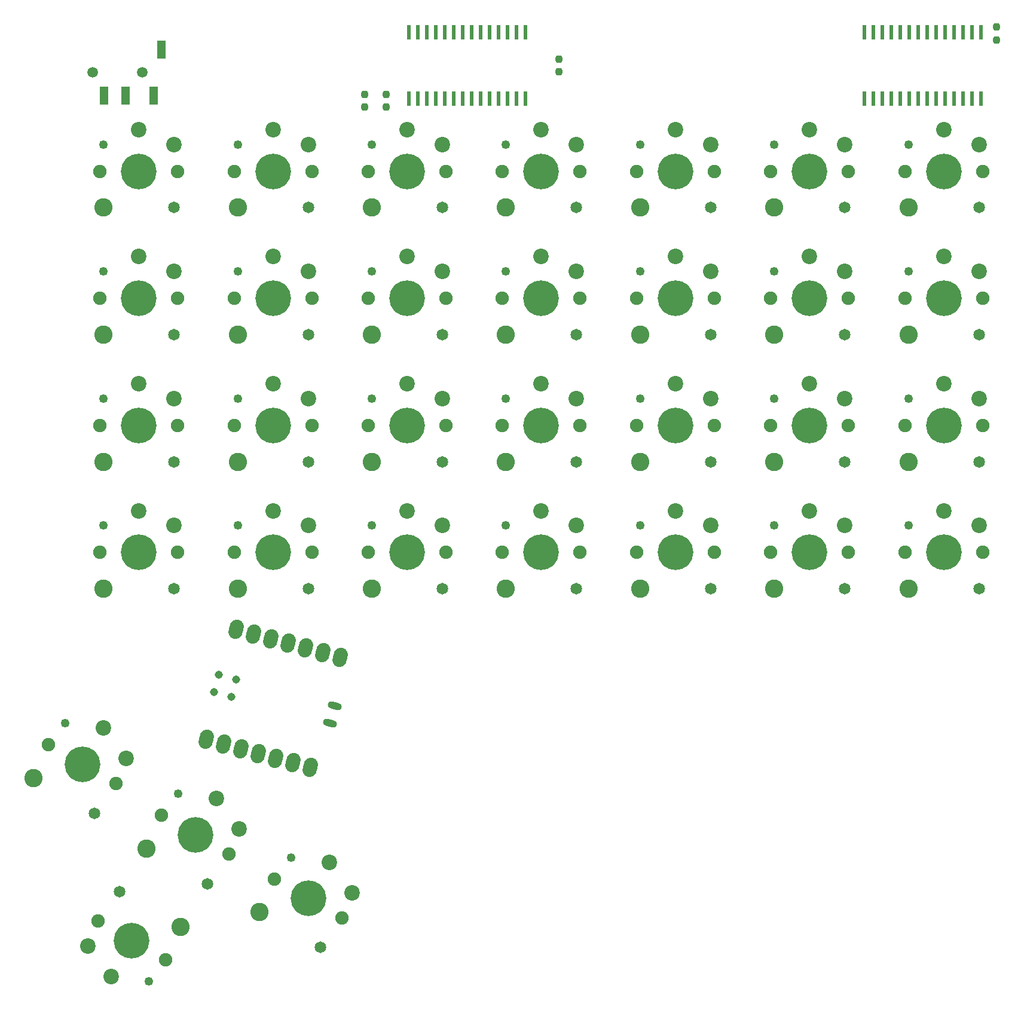
<source format=gbr>
%TF.GenerationSoftware,KiCad,Pcbnew,(6.0.11)*%
%TF.CreationDate,2023-05-24T14:48:24-07:00*%
%TF.ProjectId,keeb,6b656562-2e6b-4696-9361-645f70636258,rev?*%
%TF.SameCoordinates,Original*%
%TF.FileFunction,Soldermask,Bot*%
%TF.FilePolarity,Negative*%
%FSLAX46Y46*%
G04 Gerber Fmt 4.6, Leading zero omitted, Abs format (unit mm)*
G04 Created by KiCad (PCBNEW (6.0.11)) date 2023-05-24 14:48:24*
%MOMM*%
%LPD*%
G01*
G04 APERTURE LIST*
G04 Aperture macros list*
%AMRoundRect*
0 Rectangle with rounded corners*
0 $1 Rounding radius*
0 $2 $3 $4 $5 $6 $7 $8 $9 X,Y pos of 4 corners*
0 Add a 4 corners polygon primitive as box body*
4,1,4,$2,$3,$4,$5,$6,$7,$8,$9,$2,$3,0*
0 Add four circle primitives for the rounded corners*
1,1,$1+$1,$2,$3*
1,1,$1+$1,$4,$5*
1,1,$1+$1,$6,$7*
1,1,$1+$1,$8,$9*
0 Add four rect primitives between the rounded corners*
20,1,$1+$1,$2,$3,$4,$5,0*
20,1,$1+$1,$4,$5,$6,$7,0*
20,1,$1+$1,$6,$7,$8,$9,0*
20,1,$1+$1,$8,$9,$2,$3,0*%
%AMHorizOval*
0 Thick line with rounded ends*
0 $1 width*
0 $2 $3 position (X,Y) of the first rounded end (center of the circle)*
0 $4 $5 position (X,Y) of the second rounded end (center of the circle)*
0 Add line between two ends*
20,1,$1,$2,$3,$4,$5,0*
0 Add two circle primitives to create the rounded ends*
1,1,$1,$2,$3*
1,1,$1,$4,$5*%
G04 Aperture macros list end*
%ADD10C,1.900000*%
%ADD11C,5.050000*%
%ADD12C,2.600000*%
%ADD13C,2.200000*%
%ADD14C,1.500000*%
%ADD15C,1.250000*%
%ADD16C,1.650000*%
%ADD17R,0.600000X2.000000*%
%ADD18RoundRect,0.237500X0.237500X-0.250000X0.237500X0.250000X-0.237500X0.250000X-0.237500X-0.250000X0*%
%ADD19HorizOval,1.998980X-0.096967X-0.361884X0.096967X0.361884X0*%
%ADD20HorizOval,1.016000X-0.490690X0.131480X0.490690X-0.131480X0*%
%ADD21C,1.143000*%
%ADD22RoundRect,0.237500X-0.237500X0.250000X-0.237500X-0.250000X0.237500X-0.250000X0.237500X0.250000X0*%
%ADD23R,1.200000X2.500000*%
G04 APERTURE END LIST*
D10*
%TO.C,SW25*%
X83500000Y-55000000D03*
D11*
X89000000Y-55000000D03*
D10*
X94500000Y-55000000D03*
D12*
X84000000Y-60150000D03*
D13*
X89000000Y-49100000D03*
X94000000Y-51200000D03*
%TD*%
D12*
%TO.C,SW5*%
X179000000Y-60150000D03*
D10*
X178500000Y-55000000D03*
X189500000Y-55000000D03*
D11*
X184000000Y-55000000D03*
D13*
X184000000Y-49100000D03*
X189000000Y-51200000D03*
%TD*%
D10*
%TO.C,SW12*%
X170500000Y-109000000D03*
D11*
X165000000Y-109000000D03*
D10*
X159500000Y-109000000D03*
D12*
X160000000Y-114150000D03*
D13*
X165000000Y-103100000D03*
X170000000Y-105200000D03*
%TD*%
D10*
%TO.C,SW6*%
X189500000Y-73000000D03*
D12*
X179000000Y-78150000D03*
D10*
X178500000Y-73000000D03*
D11*
X184000000Y-73000000D03*
D13*
X184000000Y-67100000D03*
X189000000Y-69200000D03*
%TD*%
D10*
%TO.C,SW7*%
X178500000Y-91000000D03*
D11*
X184000000Y-91000000D03*
D12*
X179000000Y-96150000D03*
D10*
X189500000Y-91000000D03*
D13*
X184000000Y-85100000D03*
X189000000Y-87200000D03*
%TD*%
D11*
%TO.C,SW19*%
X127000000Y-91000000D03*
D10*
X121500000Y-91000000D03*
X132500000Y-91000000D03*
D12*
X122000000Y-96150000D03*
D13*
X127000000Y-85100000D03*
X132000000Y-87200000D03*
%TD*%
D11*
%TO.C,SW3*%
X203000000Y-91000000D03*
D10*
X208500000Y-91000000D03*
X197500000Y-91000000D03*
D12*
X198000000Y-96150000D03*
D13*
X203000000Y-85100000D03*
X208000000Y-87200000D03*
%TD*%
D10*
%TO.C,SW9*%
X159500000Y-55000000D03*
D12*
X160000000Y-60150000D03*
D10*
X170500000Y-55000000D03*
D11*
X165000000Y-55000000D03*
D13*
X165000000Y-49100000D03*
X170000000Y-51200000D03*
%TD*%
D10*
%TO.C,SW14*%
X140500000Y-73000000D03*
X151500000Y-73000000D03*
D12*
X141000000Y-78150000D03*
D11*
X146000000Y-73000000D03*
D13*
X146000000Y-67100000D03*
X151000000Y-69200000D03*
%TD*%
D10*
%TO.C,SW1*%
X208500000Y-55000000D03*
X197500000Y-55000000D03*
D12*
X198000000Y-60150000D03*
D11*
X203000000Y-55000000D03*
D13*
X203000000Y-49100000D03*
X208000000Y-51200000D03*
%TD*%
D10*
%TO.C,SW32*%
X117763140Y-160750000D03*
D11*
X113000000Y-158000000D03*
D10*
X108236860Y-155250000D03*
D12*
X106094873Y-159960031D03*
D13*
X115950000Y-152890450D03*
X119230127Y-157209103D03*
%TD*%
D11*
%TO.C,SW20*%
X127000000Y-109000000D03*
D12*
X122000000Y-114150000D03*
D10*
X132500000Y-109000000D03*
X121500000Y-109000000D03*
D13*
X127000000Y-103100000D03*
X132000000Y-105200000D03*
%TD*%
D12*
%TO.C,SW29*%
X74094873Y-140960031D03*
D10*
X85763140Y-141750000D03*
D11*
X81000000Y-139000000D03*
D10*
X76236860Y-136250000D03*
D13*
X83950000Y-133890450D03*
X87230127Y-138209103D03*
%TD*%
D12*
%TO.C,SW10*%
X160000000Y-78150000D03*
D10*
X159500000Y-73000000D03*
X170500000Y-73000000D03*
D11*
X165000000Y-73000000D03*
D13*
X165000000Y-67100000D03*
X170000000Y-69200000D03*
%TD*%
D14*
%TO.C,J1*%
X89495000Y-41000000D03*
X82495000Y-41000000D03*
%TD*%
D12*
%TO.C,SW8*%
X179000000Y-114150000D03*
D10*
X178500000Y-109000000D03*
D11*
X184000000Y-109000000D03*
D10*
X189500000Y-109000000D03*
D13*
X184000000Y-103100000D03*
X189000000Y-105200000D03*
%TD*%
D10*
%TO.C,SW31*%
X101763140Y-151750000D03*
X92236860Y-146250000D03*
D12*
X90094873Y-150960031D03*
D11*
X97000000Y-149000000D03*
D13*
X99950000Y-143890450D03*
X103230127Y-148209103D03*
%TD*%
D11*
%TO.C,SW15*%
X146000000Y-91000000D03*
D12*
X141000000Y-96150000D03*
D10*
X140500000Y-91000000D03*
X151500000Y-91000000D03*
D13*
X146000000Y-85100000D03*
X151000000Y-87200000D03*
%TD*%
D10*
%TO.C,SW2*%
X208500000Y-73000000D03*
X197500000Y-73000000D03*
D12*
X198000000Y-78150000D03*
D11*
X203000000Y-73000000D03*
D13*
X203000000Y-67100000D03*
X208000000Y-69200000D03*
%TD*%
D10*
%TO.C,SW11*%
X159500000Y-91000000D03*
X170500000Y-91000000D03*
D11*
X165000000Y-91000000D03*
D12*
X160000000Y-96150000D03*
D13*
X165000000Y-85100000D03*
X170000000Y-87200000D03*
%TD*%
D10*
%TO.C,SW30*%
X83236860Y-161250000D03*
D11*
X88000000Y-164000000D03*
D10*
X92763140Y-166750000D03*
D12*
X94905127Y-162039969D03*
D13*
X85050000Y-169109550D03*
X81769873Y-164790897D03*
%TD*%
D11*
%TO.C,SW22*%
X108000000Y-73000000D03*
D10*
X102500000Y-73000000D03*
X113500000Y-73000000D03*
D12*
X103000000Y-78150000D03*
D13*
X108000000Y-67100000D03*
X113000000Y-69200000D03*
%TD*%
D10*
%TO.C,SW4*%
X197500000Y-109000000D03*
D11*
X203000000Y-109000000D03*
D12*
X198000000Y-114150000D03*
D10*
X208500000Y-109000000D03*
D13*
X203000000Y-103100000D03*
X208000000Y-105200000D03*
%TD*%
D10*
%TO.C,SW21*%
X113500000Y-55000000D03*
D11*
X108000000Y-55000000D03*
D10*
X102500000Y-55000000D03*
D12*
X103000000Y-60150000D03*
D13*
X108000000Y-49100000D03*
X113000000Y-51200000D03*
%TD*%
D10*
%TO.C,SW17*%
X132500000Y-55000000D03*
X121500000Y-55000000D03*
D11*
X127000000Y-55000000D03*
D12*
X122000000Y-60150000D03*
D13*
X127000000Y-49100000D03*
X132000000Y-51200000D03*
%TD*%
D11*
%TO.C,SW16*%
X146000000Y-109000000D03*
D12*
X141000000Y-114150000D03*
D10*
X151500000Y-109000000D03*
X140500000Y-109000000D03*
D13*
X146000000Y-103100000D03*
X151000000Y-105200000D03*
%TD*%
D10*
%TO.C,SW26*%
X94500000Y-73000000D03*
D12*
X84000000Y-78150000D03*
D10*
X83500000Y-73000000D03*
D11*
X89000000Y-73000000D03*
D13*
X89000000Y-67100000D03*
X94000000Y-69200000D03*
%TD*%
D12*
%TO.C,SW24*%
X103000000Y-114150000D03*
D10*
X102500000Y-109000000D03*
D11*
X108000000Y-109000000D03*
D10*
X113500000Y-109000000D03*
D13*
X108000000Y-103100000D03*
X113000000Y-105200000D03*
%TD*%
D10*
%TO.C,SW18*%
X132500000Y-73000000D03*
D12*
X122000000Y-78150000D03*
D11*
X127000000Y-73000000D03*
D10*
X121500000Y-73000000D03*
D13*
X127000000Y-67100000D03*
X132000000Y-69200000D03*
%TD*%
D11*
%TO.C,SW27*%
X89000000Y-91000000D03*
D10*
X94500000Y-91000000D03*
D12*
X84000000Y-96150000D03*
D10*
X83500000Y-91000000D03*
D13*
X89000000Y-85100000D03*
X94000000Y-87200000D03*
%TD*%
D10*
%TO.C,SW28*%
X94500000Y-109000000D03*
D11*
X89000000Y-109000000D03*
D12*
X84000000Y-114150000D03*
D10*
X83500000Y-109000000D03*
D13*
X89000000Y-103100000D03*
X94000000Y-105200000D03*
%TD*%
D11*
%TO.C,SW13*%
X146000000Y-55000000D03*
D10*
X151500000Y-55000000D03*
D12*
X141000000Y-60150000D03*
D10*
X140500000Y-55000000D03*
D13*
X146000000Y-49100000D03*
X151000000Y-51200000D03*
%TD*%
D11*
%TO.C,SW23*%
X108000000Y-91000000D03*
D10*
X102500000Y-91000000D03*
X113500000Y-91000000D03*
D12*
X103000000Y-96150000D03*
D13*
X108000000Y-85100000D03*
X113000000Y-87200000D03*
%TD*%
D15*
%TO.C,SW38*%
X179000000Y-69200000D03*
D16*
X189000000Y-78150000D03*
D15*
X184000000Y-67100000D03*
%TD*%
%TO.C,SW57*%
X84000000Y-51200000D03*
X89000000Y-49100000D03*
D16*
X94000000Y-60150000D03*
%TD*%
D17*
%TO.C,U4*%
X208255000Y-44700000D03*
X206985000Y-44700000D03*
X205715000Y-44700000D03*
X204445000Y-44700000D03*
X203175000Y-44700000D03*
X201905000Y-44700000D03*
X200635000Y-44700000D03*
X199365000Y-44700000D03*
X198095000Y-44700000D03*
X196825000Y-44700000D03*
X195555000Y-44700000D03*
X194285000Y-44700000D03*
X193015000Y-44700000D03*
X191745000Y-44700000D03*
X191745000Y-35300000D03*
X193015000Y-35300000D03*
X194285000Y-35300000D03*
X195555000Y-35300000D03*
X196825000Y-35300000D03*
X198095000Y-35300000D03*
X199365000Y-35300000D03*
X200635000Y-35300000D03*
X201905000Y-35300000D03*
X203175000Y-35300000D03*
X204445000Y-35300000D03*
X205715000Y-35300000D03*
X206985000Y-35300000D03*
X208255000Y-35300000D03*
%TD*%
D15*
%TO.C,SW47*%
X146000000Y-85100000D03*
D16*
X151000000Y-96150000D03*
D15*
X141000000Y-87200000D03*
%TD*%
D18*
%TO.C,R5*%
X124000000Y-45912500D03*
X124000000Y-44087500D03*
%TD*%
D15*
%TO.C,SW45*%
X141000000Y-51200000D03*
D16*
X151000000Y-60150000D03*
D15*
X146000000Y-49100000D03*
%TD*%
%TO.C,SW37*%
X184000000Y-49100000D03*
X179000000Y-51200000D03*
D16*
X189000000Y-60150000D03*
%TD*%
D15*
%TO.C,SW33*%
X203000000Y-49100000D03*
X198000000Y-51200000D03*
D16*
X208000000Y-60150000D03*
%TD*%
D17*
%TO.C,U5*%
X143755000Y-44700000D03*
X142485000Y-44700000D03*
X141215000Y-44700000D03*
X139945000Y-44700000D03*
X138675000Y-44700000D03*
X137405000Y-44700000D03*
X136135000Y-44700000D03*
X134865000Y-44700000D03*
X133595000Y-44700000D03*
X132325000Y-44700000D03*
X131055000Y-44700000D03*
X129785000Y-44700000D03*
X128515000Y-44700000D03*
X127245000Y-44700000D03*
X127245000Y-35300000D03*
X128515000Y-35300000D03*
X129785000Y-35300000D03*
X131055000Y-35300000D03*
X132325000Y-35300000D03*
X133595000Y-35300000D03*
X134865000Y-35300000D03*
X136135000Y-35300000D03*
X137405000Y-35300000D03*
X138675000Y-35300000D03*
X139945000Y-35300000D03*
X141215000Y-35300000D03*
X142485000Y-35300000D03*
X143755000Y-35300000D03*
%TD*%
D16*
%TO.C,SW42*%
X170000000Y-78150000D03*
D15*
X160000000Y-69200000D03*
X165000000Y-67100000D03*
%TD*%
%TO.C,SW35*%
X203000000Y-85100000D03*
D16*
X208000000Y-96150000D03*
D15*
X198000000Y-87200000D03*
%TD*%
D16*
%TO.C,SW34*%
X208000000Y-78150000D03*
D15*
X198000000Y-69200000D03*
X203000000Y-67100000D03*
%TD*%
D16*
%TO.C,SW63*%
X98755127Y-155960031D03*
D15*
X94569873Y-143209103D03*
X99950000Y-143890450D03*
%TD*%
D16*
%TO.C,SW49*%
X132000000Y-60150000D03*
D15*
X127000000Y-49100000D03*
X122000000Y-51200000D03*
%TD*%
%TO.C,SW55*%
X108000000Y-85100000D03*
D16*
X113000000Y-96150000D03*
D15*
X103000000Y-87200000D03*
%TD*%
%TO.C,SW53*%
X103000000Y-51200000D03*
D16*
X113000000Y-60150000D03*
D15*
X108000000Y-49100000D03*
%TD*%
%TO.C,SW40*%
X184000000Y-103100000D03*
D16*
X189000000Y-114150000D03*
D15*
X179000000Y-105200000D03*
%TD*%
%TO.C,SW43*%
X165000000Y-85100000D03*
X160000000Y-87200000D03*
D16*
X170000000Y-96150000D03*
%TD*%
D15*
%TO.C,SW56*%
X103000000Y-105200000D03*
X108000000Y-103100000D03*
D16*
X113000000Y-114150000D03*
%TD*%
D15*
%TO.C,SW46*%
X141000000Y-69200000D03*
X146000000Y-67100000D03*
D16*
X151000000Y-78150000D03*
%TD*%
D15*
%TO.C,SW51*%
X122000000Y-87200000D03*
X127000000Y-85100000D03*
D16*
X132000000Y-96150000D03*
%TD*%
D19*
%TO.C,U3*%
X102753424Y-119894638D03*
X105206876Y-120552039D03*
X107660328Y-121209439D03*
X110113779Y-121866839D03*
X112567231Y-122524240D03*
X115020682Y-123181640D03*
X117474134Y-123839041D03*
X113290438Y-139452806D03*
X110836986Y-138795406D03*
X108383535Y-138138006D03*
X105930083Y-137480605D03*
X103476632Y-136823205D03*
X101023180Y-136165805D03*
X98569728Y-135508404D03*
D20*
X116737949Y-130750898D03*
X116077960Y-133214008D03*
D21*
X100313475Y-126348734D03*
X99656075Y-128802186D03*
X102766927Y-127006134D03*
X102109527Y-129459586D03*
%TD*%
D18*
%TO.C,R6*%
X121000000Y-45912500D03*
X121000000Y-44087500D03*
%TD*%
D15*
%TO.C,SW50*%
X127000000Y-67100000D03*
D16*
X132000000Y-78150000D03*
D15*
X122000000Y-69200000D03*
%TD*%
%TO.C,SW62*%
X85050000Y-169109550D03*
X90430127Y-169790897D03*
D16*
X86244873Y-157039969D03*
%TD*%
D22*
%TO.C,R7*%
X210500000Y-34587500D03*
X210500000Y-36412500D03*
%TD*%
D15*
%TO.C,SW64*%
X110569873Y-152209103D03*
D16*
X114755127Y-164960031D03*
D15*
X115950000Y-152890450D03*
%TD*%
D14*
%TO.C,J2*%
X89495000Y-41000000D03*
X82495000Y-41000000D03*
D23*
X87095000Y-44250000D03*
X84095000Y-44250000D03*
X92195000Y-37750000D03*
X91095000Y-44250000D03*
%TD*%
D16*
%TO.C,SW54*%
X113000000Y-78150000D03*
D15*
X108000000Y-67100000D03*
X103000000Y-69200000D03*
%TD*%
%TO.C,SW60*%
X89000000Y-103100000D03*
D16*
X94000000Y-114150000D03*
D15*
X84000000Y-105200000D03*
%TD*%
%TO.C,SW41*%
X160000000Y-51200000D03*
D16*
X170000000Y-60150000D03*
D15*
X165000000Y-49100000D03*
%TD*%
%TO.C,SW59*%
X89000000Y-85100000D03*
D16*
X94000000Y-96150000D03*
D15*
X84000000Y-87200000D03*
%TD*%
%TO.C,SW36*%
X198000000Y-105200000D03*
X203000000Y-103100000D03*
D16*
X208000000Y-114150000D03*
%TD*%
%TO.C,SW61*%
X82755127Y-145960031D03*
D15*
X83950000Y-133890450D03*
X78569873Y-133209103D03*
%TD*%
%TO.C,SW48*%
X146000000Y-103100000D03*
X141000000Y-105200000D03*
D16*
X151000000Y-114150000D03*
%TD*%
D15*
%TO.C,SW52*%
X127000000Y-103100000D03*
X122000000Y-105200000D03*
D16*
X132000000Y-114150000D03*
%TD*%
D15*
%TO.C,SW44*%
X160000000Y-105200000D03*
X165000000Y-103100000D03*
D16*
X170000000Y-114150000D03*
%TD*%
D22*
%TO.C,R8*%
X148500000Y-39087500D03*
X148500000Y-40912500D03*
%TD*%
D15*
%TO.C,SW39*%
X184000000Y-85100000D03*
D16*
X189000000Y-96150000D03*
D15*
X179000000Y-87200000D03*
%TD*%
%TO.C,SW58*%
X89000000Y-67100000D03*
X84000000Y-69200000D03*
D16*
X94000000Y-78150000D03*
%TD*%
M02*

</source>
